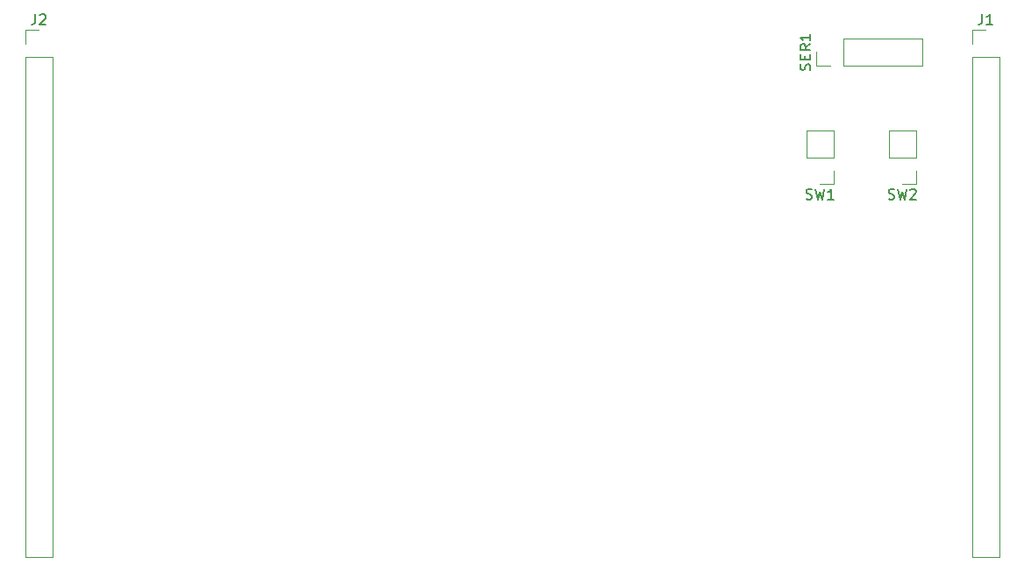
<source format=gbr>
G04 #@! TF.GenerationSoftware,KiCad,Pcbnew,(5.1.9-0-10_14)*
G04 #@! TF.CreationDate,2021-01-10T20:35:50-05:00*
G04 #@! TF.ProjectId,ebike_TFT,6562696b-655f-4544-9654-2e6b69636164,rev?*
G04 #@! TF.SameCoordinates,Original*
G04 #@! TF.FileFunction,Legend,Top*
G04 #@! TF.FilePolarity,Positive*
%FSLAX46Y46*%
G04 Gerber Fmt 4.6, Leading zero omitted, Abs format (unit mm)*
G04 Created by KiCad (PCBNEW (5.1.9-0-10_14)) date 2021-01-10 20:35:50*
%MOMM*%
%LPD*%
G01*
G04 APERTURE LIST*
%ADD10C,0.120000*%
%ADD11C,0.150000*%
G04 APERTURE END LIST*
D10*
X24070000Y-24070000D02*
X25400000Y-24070000D01*
X24070000Y-25400000D02*
X24070000Y-24070000D01*
X24070000Y-26670000D02*
X26730000Y-26670000D01*
X26730000Y-26670000D02*
X26730000Y-74990000D01*
X24070000Y-26670000D02*
X24070000Y-74990000D01*
X24070000Y-74990000D02*
X26730000Y-74990000D01*
X110130000Y-38980000D02*
X108800000Y-38980000D01*
X110130000Y-37650000D02*
X110130000Y-38980000D01*
X110130000Y-36380000D02*
X107470000Y-36380000D01*
X107470000Y-36380000D02*
X107470000Y-33780000D01*
X110130000Y-36380000D02*
X110130000Y-33780000D01*
X110130000Y-33780000D02*
X107470000Y-33780000D01*
X102180000Y-38980000D02*
X100850000Y-38980000D01*
X102180000Y-37650000D02*
X102180000Y-38980000D01*
X102180000Y-36380000D02*
X99520000Y-36380000D01*
X99520000Y-36380000D02*
X99520000Y-33780000D01*
X102180000Y-36380000D02*
X102180000Y-33780000D01*
X102180000Y-33780000D02*
X99520000Y-33780000D01*
X100470000Y-27530000D02*
X100470000Y-26200000D01*
X101800000Y-27530000D02*
X100470000Y-27530000D01*
X103070000Y-27530000D02*
X103070000Y-24870000D01*
X103070000Y-24870000D02*
X110750000Y-24870000D01*
X103070000Y-27530000D02*
X110750000Y-27530000D01*
X110750000Y-27530000D02*
X110750000Y-24870000D01*
X115510000Y-24070000D02*
X116840000Y-24070000D01*
X115510000Y-25400000D02*
X115510000Y-24070000D01*
X115510000Y-26670000D02*
X118170000Y-26670000D01*
X118170000Y-26670000D02*
X118170000Y-74990000D01*
X115510000Y-26670000D02*
X115510000Y-74990000D01*
X115510000Y-74990000D02*
X118170000Y-74990000D01*
D11*
X25066666Y-22522380D02*
X25066666Y-23236666D01*
X25019047Y-23379523D01*
X24923809Y-23474761D01*
X24780952Y-23522380D01*
X24685714Y-23522380D01*
X25495238Y-22617619D02*
X25542857Y-22570000D01*
X25638095Y-22522380D01*
X25876190Y-22522380D01*
X25971428Y-22570000D01*
X26019047Y-22617619D01*
X26066666Y-22712857D01*
X26066666Y-22808095D01*
X26019047Y-22950952D01*
X25447619Y-23522380D01*
X26066666Y-23522380D01*
X107466666Y-40384761D02*
X107609523Y-40432380D01*
X107847619Y-40432380D01*
X107942857Y-40384761D01*
X107990476Y-40337142D01*
X108038095Y-40241904D01*
X108038095Y-40146666D01*
X107990476Y-40051428D01*
X107942857Y-40003809D01*
X107847619Y-39956190D01*
X107657142Y-39908571D01*
X107561904Y-39860952D01*
X107514285Y-39813333D01*
X107466666Y-39718095D01*
X107466666Y-39622857D01*
X107514285Y-39527619D01*
X107561904Y-39480000D01*
X107657142Y-39432380D01*
X107895238Y-39432380D01*
X108038095Y-39480000D01*
X108371428Y-39432380D02*
X108609523Y-40432380D01*
X108800000Y-39718095D01*
X108990476Y-40432380D01*
X109228571Y-39432380D01*
X109561904Y-39527619D02*
X109609523Y-39480000D01*
X109704761Y-39432380D01*
X109942857Y-39432380D01*
X110038095Y-39480000D01*
X110085714Y-39527619D01*
X110133333Y-39622857D01*
X110133333Y-39718095D01*
X110085714Y-39860952D01*
X109514285Y-40432380D01*
X110133333Y-40432380D01*
X99516666Y-40384761D02*
X99659523Y-40432380D01*
X99897619Y-40432380D01*
X99992857Y-40384761D01*
X100040476Y-40337142D01*
X100088095Y-40241904D01*
X100088095Y-40146666D01*
X100040476Y-40051428D01*
X99992857Y-40003809D01*
X99897619Y-39956190D01*
X99707142Y-39908571D01*
X99611904Y-39860952D01*
X99564285Y-39813333D01*
X99516666Y-39718095D01*
X99516666Y-39622857D01*
X99564285Y-39527619D01*
X99611904Y-39480000D01*
X99707142Y-39432380D01*
X99945238Y-39432380D01*
X100088095Y-39480000D01*
X100421428Y-39432380D02*
X100659523Y-40432380D01*
X100850000Y-39718095D01*
X101040476Y-40432380D01*
X101278571Y-39432380D01*
X102183333Y-40432380D02*
X101611904Y-40432380D01*
X101897619Y-40432380D02*
X101897619Y-39432380D01*
X101802380Y-39575238D01*
X101707142Y-39670476D01*
X101611904Y-39718095D01*
X99874761Y-27914285D02*
X99922380Y-27771428D01*
X99922380Y-27533333D01*
X99874761Y-27438095D01*
X99827142Y-27390476D01*
X99731904Y-27342857D01*
X99636666Y-27342857D01*
X99541428Y-27390476D01*
X99493809Y-27438095D01*
X99446190Y-27533333D01*
X99398571Y-27723809D01*
X99350952Y-27819047D01*
X99303333Y-27866666D01*
X99208095Y-27914285D01*
X99112857Y-27914285D01*
X99017619Y-27866666D01*
X98970000Y-27819047D01*
X98922380Y-27723809D01*
X98922380Y-27485714D01*
X98970000Y-27342857D01*
X99398571Y-26914285D02*
X99398571Y-26580952D01*
X99922380Y-26438095D02*
X99922380Y-26914285D01*
X98922380Y-26914285D01*
X98922380Y-26438095D01*
X99922380Y-25438095D02*
X99446190Y-25771428D01*
X99922380Y-26009523D02*
X98922380Y-26009523D01*
X98922380Y-25628571D01*
X98970000Y-25533333D01*
X99017619Y-25485714D01*
X99112857Y-25438095D01*
X99255714Y-25438095D01*
X99350952Y-25485714D01*
X99398571Y-25533333D01*
X99446190Y-25628571D01*
X99446190Y-26009523D01*
X99922380Y-24485714D02*
X99922380Y-25057142D01*
X99922380Y-24771428D02*
X98922380Y-24771428D01*
X99065238Y-24866666D01*
X99160476Y-24961904D01*
X99208095Y-25057142D01*
X116506666Y-22522380D02*
X116506666Y-23236666D01*
X116459047Y-23379523D01*
X116363809Y-23474761D01*
X116220952Y-23522380D01*
X116125714Y-23522380D01*
X117506666Y-23522380D02*
X116935238Y-23522380D01*
X117220952Y-23522380D02*
X117220952Y-22522380D01*
X117125714Y-22665238D01*
X117030476Y-22760476D01*
X116935238Y-22808095D01*
M02*

</source>
